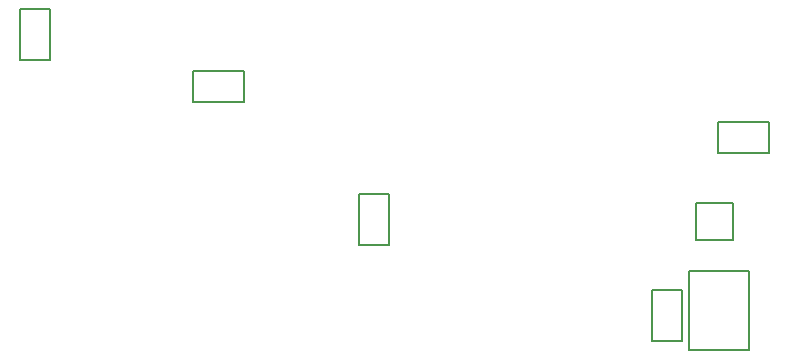
<source format=gbr>
%TF.GenerationSoftware,Altium Limited,Altium Designer,21.6.4 (81)*%
G04 Layer_Color=8388736*
%FSLAX43Y43*%
%MOMM*%
%TF.SameCoordinates,3FCC9EDD-E33D-4AE7-AC82-89E58AA9E509*%
%TF.FilePolarity,Positive*%
%TF.FileFunction,Other,Bottom_Courtyard*%
%TF.Part,Single*%
G01*
G75*
%TA.AperFunction,NonConductor*%
%ADD85C,0.200*%
D85*
X65903Y11623D02*
Y14723D01*
Y11623D02*
X69103D01*
Y14723D01*
X65903D02*
X69103D01*
X70444Y2256D02*
Y8962D01*
X65344D02*
X70444D01*
X65344Y2256D02*
Y8962D01*
Y2256D02*
X70444D01*
X62213Y3065D02*
Y7371D01*
Y3065D02*
X64769D01*
Y7371D01*
X62213D02*
X64769D01*
X8704Y26828D02*
Y31135D01*
Y26828D02*
X11260D01*
Y31135D01*
X8704D02*
X11260D01*
X72105Y18991D02*
Y21547D01*
X67799Y18991D02*
X72105D01*
X67799D02*
Y21547D01*
X72105D01*
X37431Y11207D02*
X39988D01*
X37431D02*
Y15514D01*
X39988D01*
Y11207D02*
Y15514D01*
X23374Y23309D02*
Y25865D01*
X27680D01*
Y23309D02*
Y25865D01*
X23374Y23309D02*
X27680D01*
%TF.MD5,05dc5d5043d1eafccd3c9aa44367b5e2*%
M02*

</source>
